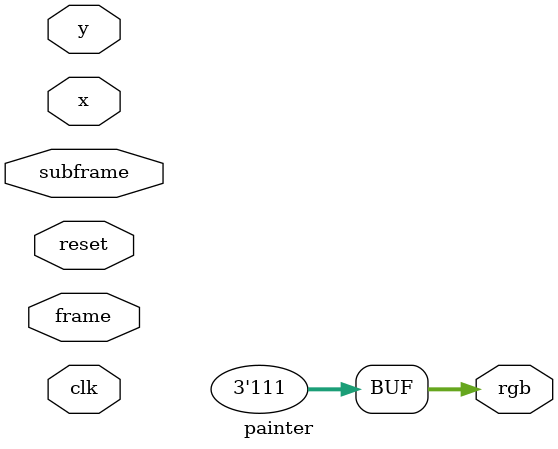
<source format=v>
`default_nettype none

`include "../include/led-simple.v"

module top (
        input         CLK,
        input         BTN_N,
        output [15:0] LED_PANEL);

    led_main main (
        .CLK(CLK),
        .resetn_btn(BTN_N),
        .LED_PANEL(LED_PANEL));

endmodule

module painter(
        input        clk,
        input        reset,
        input [12:0] frame,
        input  [7:0] subframe,
        input  [5:0] x,
        input  [5:0] y,
        output [2:0] rgb);

    //            BLUE GREEN RED
    assign rgb = {1'b1, 1'b1, 1'b1};

endmodule // painter

</source>
